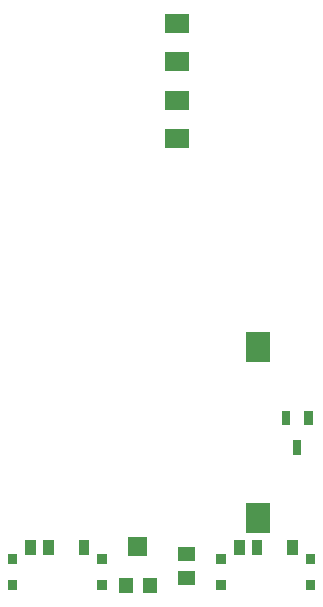
<source format=gbp>
G04 Layer: BottomPasteMaskLayer*
G04 EasyEDA v6.3.53, 2020-06-09T14:14:43+03:00*
G04 a51f4f2b25e24b5fbe4c92ec4cc42c38,99c43f6f433d4c2593b99c8e01114625,10*
G04 Gerber Generator version 0.2*
G04 Scale: 100 percent, Rotated: No, Reflected: No *
G04 Dimensions in millimeters *
G04 leading zeros omitted , absolute positions ,3 integer and 3 decimal *
%FSLAX33Y33*%
%MOMM*%
G90*
G71D02*

%ADD35R,1.999996X2.499995*%

%LPD*%
G36*
G01X15764Y45936D02*
G01X15764Y44335D01*
G01X17763Y44335D01*
G01X17763Y45936D01*
G01X15764Y45936D01*
G37*
G36*
G01X15764Y49136D02*
G01X15764Y47535D01*
G01X17763Y47535D01*
G01X17763Y49136D01*
G01X15764Y49136D01*
G37*
G36*
G01X17763Y37858D02*
G01X17763Y39459D01*
G01X15764Y39459D01*
G01X15764Y37858D01*
G01X17763Y37858D01*
G37*
G36*
G01X17763Y41058D02*
G01X17763Y42659D01*
G01X15764Y42659D01*
G01X15764Y41058D01*
G01X17763Y41058D01*
G37*
G36*
G01X16801Y1977D02*
G01X16801Y816D01*
G01X18250Y816D01*
G01X18250Y1977D01*
G01X16801Y1977D01*
G37*
G36*
G01X16801Y4009D02*
G01X16801Y2848D01*
G01X18250Y2848D01*
G01X18250Y4009D01*
G01X16801Y4009D01*
G37*
G36*
G01X14229Y4885D02*
G01X12628Y4885D01*
G01X12628Y3285D01*
G01X14229Y3285D01*
G01X14229Y4885D01*
G37*
G36*
G01X13028Y1385D02*
G01X11829Y1385D01*
G01X11829Y185D01*
G01X13028Y185D01*
G01X13028Y1385D01*
G37*
G36*
G01X15028Y1385D02*
G01X13829Y1385D01*
G01X13829Y185D01*
G01X15028Y185D01*
G01X15028Y1385D01*
G37*
G36*
G01X3203Y3474D02*
G01X2404Y3474D01*
G01X2404Y2574D01*
G01X3203Y2574D01*
G01X3203Y3474D01*
G37*
G36*
G01X3203Y1274D02*
G01X2404Y1274D01*
G01X2404Y374D01*
G01X3203Y374D01*
G01X3203Y1274D01*
G37*
G36*
G01X10803Y1274D02*
G01X10004Y1274D01*
G01X10004Y374D01*
G01X10803Y374D01*
G01X10803Y1274D01*
G37*
G36*
G01X10803Y3474D02*
G01X10004Y3474D01*
G01X10004Y2574D01*
G01X10803Y2574D01*
G01X10803Y3474D01*
G37*
G36*
G01X8404Y4624D02*
G01X8404Y3374D01*
G01X9304Y3374D01*
G01X9304Y4624D01*
G01X8404Y4624D01*
G37*
G36*
G01X3904Y4624D02*
G01X3904Y3374D01*
G01X4804Y3374D01*
G01X4804Y4624D01*
G01X3904Y4624D01*
G37*
G36*
G01X5404Y4624D02*
G01X5404Y3374D01*
G01X6304Y3374D01*
G01X6304Y4624D01*
G01X5404Y4624D01*
G37*
G36*
G01X20856Y3474D02*
G01X20057Y3474D01*
G01X20057Y2574D01*
G01X20856Y2574D01*
G01X20856Y3474D01*
G37*
G36*
G01X20856Y1274D02*
G01X20057Y1274D01*
G01X20057Y374D01*
G01X20856Y374D01*
G01X20856Y1274D01*
G37*
G36*
G01X28456Y1274D02*
G01X27657Y1274D01*
G01X27657Y374D01*
G01X28456Y374D01*
G01X28456Y1274D01*
G37*
G36*
G01X28456Y3474D02*
G01X27657Y3474D01*
G01X27657Y2574D01*
G01X28456Y2574D01*
G01X28456Y3474D01*
G37*
G36*
G01X26057Y4624D02*
G01X26057Y3374D01*
G01X26957Y3374D01*
G01X26957Y4624D01*
G01X26057Y4624D01*
G37*
G36*
G01X21557Y4624D02*
G01X21557Y3374D01*
G01X22457Y3374D01*
G01X22457Y4624D01*
G01X21557Y4624D01*
G37*
G36*
G01X23057Y4624D02*
G01X23057Y3374D01*
G01X23957Y3374D01*
G01X23957Y4624D01*
G01X23057Y4624D01*
G37*
G36*
G01X27274Y13091D02*
G01X26573Y13091D01*
G01X26573Y11841D01*
G01X27274Y11841D01*
G01X27274Y13091D01*
G37*
G36*
G01X28223Y15590D02*
G01X27523Y15590D01*
G01X27523Y14340D01*
G01X28223Y14340D01*
G01X28223Y15590D01*
G37*
G36*
G01X26324Y15590D02*
G01X25624Y15590D01*
G01X25624Y14340D01*
G01X26324Y14340D01*
G01X26324Y15590D01*
G37*
G54D35*
G01X23622Y6477D03*
G01X23622Y20955D03*
M00*
M02*

</source>
